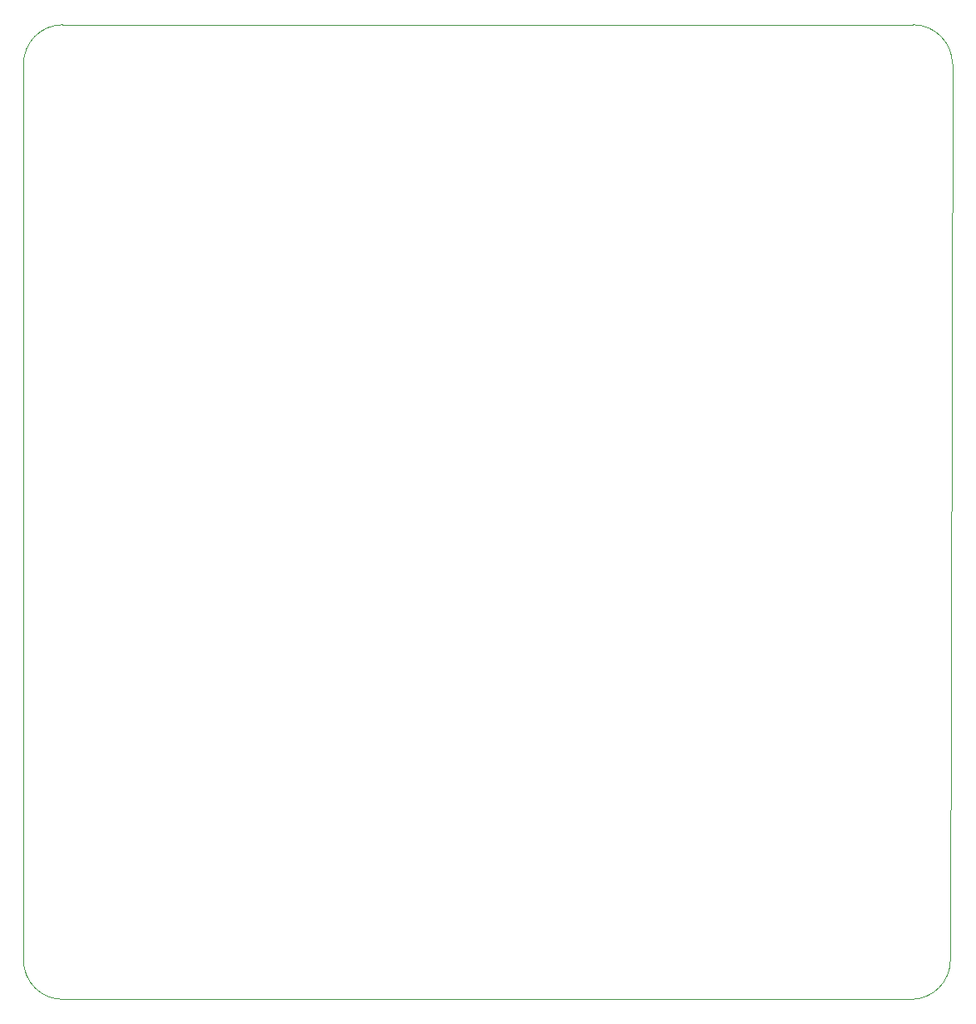
<source format=gbr>
%TF.GenerationSoftware,KiCad,Pcbnew,8.0.8*%
%TF.CreationDate,2025-03-02T22:50:39+11:00*%
%TF.ProjectId,STM32BMS,53544d33-3242-44d5-932e-6b696361645f,rev?*%
%TF.SameCoordinates,Original*%
%TF.FileFunction,Profile,NP*%
%FSLAX46Y46*%
G04 Gerber Fmt 4.6, Leading zero omitted, Abs format (unit mm)*
G04 Created by KiCad (PCBNEW 8.0.8) date 2025-03-02 22:50:39*
%MOMM*%
%LPD*%
G01*
G04 APERTURE LIST*
%TA.AperFunction,Profile*%
%ADD10C,0.050000*%
%TD*%
G04 APERTURE END LIST*
D10*
X157400000Y-61200000D02*
G75*
G02*
X161400000Y-65200000I0J-4000000D01*
G01*
X66800000Y-156400000D02*
X66800000Y-65200000D01*
X161200000Y-156400000D02*
G75*
G02*
X157200000Y-160400000I-4000000J0D01*
G01*
X66800000Y-65200000D02*
G75*
G02*
X70800000Y-61200000I4000000J0D01*
G01*
X70800000Y-160400000D02*
X157200000Y-160400000D01*
X70800000Y-160400000D02*
G75*
G02*
X66800000Y-156400000I0J4000000D01*
G01*
X70800000Y-61200000D02*
X157400000Y-61200000D01*
X161200000Y-156400000D02*
X161400000Y-65200000D01*
M02*

</source>
